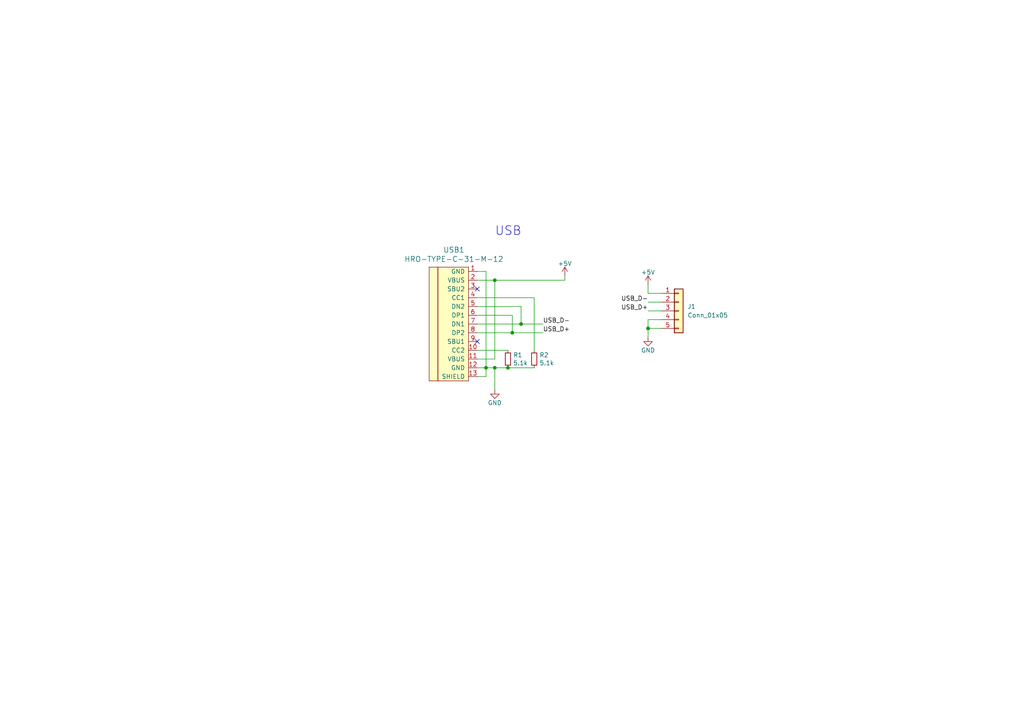
<source format=kicad_sch>
(kicad_sch (version 20230121) (generator eeschema)
  (paper "A4")
  (lib_symbols
    (symbol "Connector_Generic:Conn_01x05" (pin_names (offset 1.016) hide)
      (property "Reference" "J" (at 0 7.62 0))
      (property "Value" "Conn_01x05" (at 0 -7.62 0))
      (symbol "Conn_01x05_1_1"
        (rectangle (start -1.27 -4.953) (end 0 -5.207) (stroke (width 0.1524)))
        (rectangle (start -1.27 -2.413) (end 0 -2.667) (stroke (width 0.1524)))
        (rectangle (start -1.27 0.127) (end 0 -0.127) (stroke (width 0.1524)))
        (rectangle (start -1.27 2.667) (end 0 2.413) (stroke (width 0.1524)))
        (rectangle (start -1.27 5.207) (end 0 4.953) (stroke (width 0.1524)))
        (rectangle (start -1.27 6.35) (end 1.27 -6.35) (stroke (width 0.254)) (fill (type background)))
        (pin passive line (at -5.08 5.08 0) (length 3.81) (name "Pin_1") (number "1"))
        (pin passive line (at -5.08 2.54 0) (length 3.81) (name "Pin_2") (number "2"))
        (pin passive line (at -5.08 0 0) (length 3.81) (name "Pin_3") (number "3"))
        (pin passive line (at -5.08 -2.54 0) (length 3.81) (name "Pin_4") (number "4"))
        (pin passive line (at -5.08 -5.08 0) (length 3.81) (name "Pin_5") (number "5"))
      )
    )
    (symbol "Device:R_Small" (pin_numbers hide) (pin_names (offset 0.254) hide)
      (property "Reference" "R" (at 0.762 0.508 0))
      (property "Value" "R_Small" (at 0.762 -1.016 0))
      (symbol "R_Small_0_1"
        (rectangle (start -0.762 1.778) (end 0.762 -1.778) (stroke (width 0.2032)))
      )
      (symbol "R_Small_1_1"
        (pin passive line (at 0 2.54 270) (length 0.762) (name "~") (number "1"))
        (pin passive line (at 0 -2.54 90) (length 0.762) (name "~") (number "2"))
      )
    )
    (symbol "Type-C:HRO-TYPE-C-31-M-12" (pin_names (offset 1.016))
      (property "Reference" "USB" (at -5.08 16.51 0))
      (property "Value" "HRO-TYPE-C-31-M-12" (at -10.16 -1.27 90))
      (symbol "HRO-TYPE-C-31-M-12_0_1"
        (rectangle (start -11.43 15.24) (end -8.89 -17.78) (fill (type background)))
        (rectangle (start 0 -17.78) (end -8.89 15.24) (fill (type background)))
      )
      (symbol "HRO-TYPE-C-31-M-12_1_1"
        (pin input line (at 2.54 13.97 180) (length 2.54) (name "GND") (number "1"))
        (pin input line (at 2.54 -8.89 180) (length 2.54) (name "CC2") (number "10"))
        (pin input line (at 2.54 -11.43 180) (length 2.54) (name "VBUS") (number "11"))
        (pin input line (at 2.54 -13.97 180) (length 2.54) (name "GND") (number "12"))
        (pin input line (at 2.54 -16.51 180) (length 2.54) (name "SHIELD") (number "13"))
        (pin input line (at 2.54 11.43 180) (length 2.54) (name "VBUS") (number "2"))
        (pin input line (at 2.54 8.89 180) (length 2.54) (name "SBU2") (number "3"))
        (pin input line (at 2.54 6.35 180) (length 2.54) (name "CC1") (number "4"))
        (pin input line (at 2.54 3.81 180) (length 2.54) (name "DN2") (number "5"))
        (pin input line (at 2.54 1.27 180) (length 2.54) (name "DP1") (number "6"))
        (pin input line (at 2.54 -1.27 180) (length 2.54) (name "DN1") (number "7"))
        (pin input line (at 2.54 -3.81 180) (length 2.54) (name "DP2") (number "8"))
        (pin input line (at 2.54 -6.35 180) (length 2.54) (name "SBU1") (number "9"))
      )
    )
    (symbol "power:+5V" (power) (pin_names (offset 0))
      (property "Value" "+5V" (at 0 3.556 0))
      (symbol "+5V_0_1"
        (polyline (pts (xy -0.762 1.27) (xy 0 2.54)))
        (polyline (pts (xy 0 0) (xy 0 2.54)))
        (polyline (pts (xy 0 2.54) (xy 0.762 1.27)))
      )
      (symbol "+5V_1_1"
        (pin power_in line (at 0 0 90) (length 0) hide (name "+5V") (number "1"))
      )
    )
    (symbol "power:GND" (power) (pin_names (offset 0))
      (property "Value" "GND" (at 0 -3.81 0))
      (symbol "GND_0_1"
        (polyline (pts (xy 0 0) (xy 0 -1.27) (xy 1.27 -1.27) (xy 0 -2.54) (xy -1.27 -1.27) (xy 0 -1.27)))
      )
      (symbol "GND_1_1"
        (pin power_in line (at 0 0 270) (length 0) hide (name "GND") (number "1"))
      )
    )
  )
  (junction (at 140.97 106.68))
  (junction (at 151.13 93.98))
  (junction (at 187.96 95.25))
  (junction (at 143.51 81.28))
  (junction (at 147.32 106.68))
  (junction (at 143.51 106.68))
  (junction (at 148.59 96.52))
  (no_connect (at 138.43 83.82))
  (no_connect (at 138.43 99.06))
  (wire (pts (xy 187.96 82.55) (xy 187.96 85.09)))
  (wire (pts (xy 138.43 106.68) (xy 140.97 106.68)))
  (wire (pts (xy 154.94 86.36) (xy 154.94 101.6)))
  (wire (pts (xy 138.43 78.74) (xy 140.97 78.74)))
  (wire (pts (xy 138.43 81.28) (xy 143.51 81.28)))
  (wire (pts (xy 151.13 88.9) (xy 151.13 93.98)))
  (wire (pts (xy 191.77 92.71) (xy 187.96 92.71)))
  (wire (pts (xy 187.96 92.71) (xy 187.96 95.25)))
  (wire (pts (xy 138.43 88.9) (xy 151.13 88.9)))
  (wire (pts (xy 140.97 106.68) (xy 140.97 109.22)))
  (wire (pts (xy 148.59 96.52) (xy 157.48 96.52)))
  (wire (pts (xy 163.83 81.28) (xy 163.83 80.01)))
  (wire (pts (xy 187.96 87.63) (xy 191.77 87.63)))
  (wire (pts (xy 143.51 104.14) (xy 138.43 104.14)))
  (wire (pts (xy 138.43 109.22) (xy 140.97 109.22)))
  (wire (pts (xy 143.51 81.28) (xy 163.83 81.28)))
  (wire (pts (xy 151.13 93.98) (xy 157.48 93.98)))
  (wire (pts (xy 187.96 85.09) (xy 191.77 85.09)))
  (wire (pts (xy 187.96 95.25) (xy 187.96 97.79)))
  (wire (pts (xy 143.51 81.28) (xy 143.51 104.14)))
  (wire (pts (xy 140.97 106.68) (xy 143.51 106.68)))
  (wire (pts (xy 187.96 95.25) (xy 191.77 95.25)))
  (wire (pts (xy 148.59 91.44) (xy 148.59 96.52)))
  (wire (pts (xy 138.43 96.52) (xy 148.59 96.52)))
  (wire (pts (xy 138.43 101.6) (xy 147.32 101.6)))
  (wire (pts (xy 138.43 93.98) (xy 151.13 93.98)))
  (wire (pts (xy 138.43 86.36) (xy 154.94 86.36)))
  (wire (pts (xy 143.51 113.03) (xy 143.51 106.68)))
  (wire (pts (xy 143.51 106.68) (xy 147.32 106.68)))
  (wire (pts (xy 154.94 106.68) (xy 147.32 106.68)))
  (wire (pts (xy 140.97 78.74) (xy 140.97 106.68)))
  (wire (pts (xy 187.96 90.17) (xy 191.77 90.17)))
  (wire (pts (xy 138.43 91.44) (xy 148.59 91.44)))
  (text "USB" (at 143.51 68.58 0) (effects (font (size 2.54 2.54)) (justify left bottom)))
  (label "USB_D+" (at 157.48 96.52 0))
  (label "USB_D-" (at 157.48 93.98 0))
  (label "USB_D-" (at 187.96 87.63 180))
  (label "USB_D+" (at 187.96 90.17 180))
  (symbol (lib_id "power:GND") (at 187.96 97.79 0) (unit 1)
    (property "Reference" "#PWR04" (effects hide))
    (property "Value" "GND" (at 187.96 101.6 0))
  )
  (symbol (lib_id "power:+5V") (at 163.83 80.01 0) (unit 1)
    (property "Reference" "#PWR02" (effects hide))
    (property "Value" "+5V" (at 163.83 76.454 0))
  )
  (symbol (lib_id "Device:R_Small") (at 147.32 104.14 0) (unit 1)
    (property "Reference" "R1" (at 148.8186 102.9716 0) (effects (justify left)))
    (property "Value" "5.1k" (at 148.8186 105.283 0) (effects (justify left)))
    (property "Footprint" "Resistor_SMD:R_0402_1005Metric" (effects hide))
    (property "LCSC" "C25905" (effects hide))
  )
  (symbol (lib_id "Connector_Generic:Conn_01x05") (at 196.85 90.17 0) (unit 1)
    (property "Reference" "J1" (at 199.39 88.9 0) (effects (justify left)))
    (property "Value" "Conn_01x05" (at 199.39 91.44 0) (effects (justify left)))
    (property "Footprint" "Connector_PinHeader_2.00mm:PinHeader_1x05_P2.00mm_Vertical" (effects hide))
  )
  (symbol (lib_id "power:GND") (at 143.51 113.03 0) (unit 1)
    (property "Reference" "#PWR01" (effects hide))
    (property "Value" "GND" (at 143.51 116.84 0))
  )
  (symbol (lib_id "Type-C:HRO-TYPE-C-31-M-12") (at 135.89 92.71 0) (unit 1)
    (property "Reference" "USB1" (at 131.6482 72.4662 0) (effects (font (size 1.524 1.524))))
    (property "Value" "HRO-TYPE-C-31-M-12" (at 131.6482 75.1586 0) (effects (font (size 1.524 1.524))))
    (property "Footprint" "Type-C:HRO-TYPE-C-31-M-12-Assembly" (effects hide))
    (property "LCSC" "C165948" (effects hide))
  )
  (symbol (lib_id "power:+5V") (at 187.96 82.55 0) (unit 1)
    (property "Reference" "#PWR03" (effects hide))
    (property "Value" "+5V" (at 187.96 78.994 0))
  )
  (symbol (lib_id "Device:R_Small") (at 154.94 104.14 0) (unit 1)
    (property "Reference" "R2" (at 156.4386 102.9716 0) (effects (justify left)))
    (property "Value" "5.1k" (at 156.4386 105.283 0) (effects (justify left)))
    (property "Footprint" "Resistor_SMD:R_0402_1005Metric" (effects hide))
    (property "LCSC" "C25905" (effects hide))
  )
)
</source>
